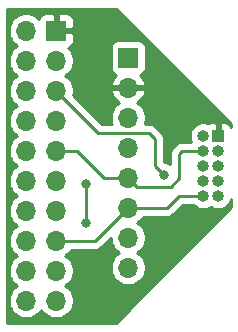
<source format=gbr>
G04 #@! TF.GenerationSoftware,KiCad,Pcbnew,(5.1.6-0-10_14)*
G04 #@! TF.CreationDate,2020-06-06T21:07:02+01:00*
G04 #@! TF.ProjectId,JLinkSWD,4a4c696e-6b53-4574-942e-6b696361645f,rev?*
G04 #@! TF.SameCoordinates,Original*
G04 #@! TF.FileFunction,Copper,L1,Top*
G04 #@! TF.FilePolarity,Positive*
%FSLAX46Y46*%
G04 Gerber Fmt 4.6, Leading zero omitted, Abs format (unit mm)*
G04 Created by KiCad (PCBNEW (5.1.6-0-10_14)) date 2020-06-06 21:07:02*
%MOMM*%
%LPD*%
G01*
G04 APERTURE LIST*
G04 #@! TA.AperFunction,ComponentPad*
%ADD10O,1.700000X1.700000*%
G04 #@! TD*
G04 #@! TA.AperFunction,ComponentPad*
%ADD11R,1.700000X1.700000*%
G04 #@! TD*
G04 #@! TA.AperFunction,ComponentPad*
%ADD12O,1.000000X1.000000*%
G04 #@! TD*
G04 #@! TA.AperFunction,ComponentPad*
%ADD13R,1.000000X1.000000*%
G04 #@! TD*
G04 #@! TA.AperFunction,ViaPad*
%ADD14C,0.800000*%
G04 #@! TD*
G04 #@! TA.AperFunction,Conductor*
%ADD15C,0.250000*%
G04 #@! TD*
G04 #@! TA.AperFunction,Conductor*
%ADD16C,0.254000*%
G04 #@! TD*
G04 APERTURE END LIST*
D10*
X173482000Y-96266000D03*
X173482000Y-93726000D03*
X173482000Y-91186000D03*
X173482000Y-88646000D03*
X173482000Y-86106000D03*
X173482000Y-83566000D03*
X173482000Y-81026000D03*
D11*
X173482000Y-78486000D03*
D10*
X164846000Y-99060000D03*
X167386000Y-99060000D03*
X164846000Y-96520000D03*
X167386000Y-96520000D03*
X164846000Y-93980000D03*
X167386000Y-93980000D03*
X164846000Y-91440000D03*
X167386000Y-91440000D03*
X164846000Y-88900000D03*
X167386000Y-88900000D03*
X164846000Y-86360000D03*
X167386000Y-86360000D03*
X164846000Y-83820000D03*
X167386000Y-83820000D03*
X164846000Y-81280000D03*
X167386000Y-81280000D03*
X164846000Y-78740000D03*
X167386000Y-78740000D03*
X164846000Y-76200000D03*
D11*
X167386000Y-76200000D03*
D12*
X179832000Y-90170000D03*
X181102000Y-90170000D03*
X179832000Y-88900000D03*
X181102000Y-88900000D03*
X179832000Y-87630000D03*
X181102000Y-87630000D03*
X179832000Y-86360000D03*
X181102000Y-86360000D03*
X179832000Y-85090000D03*
D13*
X181102000Y-85090000D03*
D14*
X169926000Y-92456000D03*
X169926000Y-89154000D03*
X176530000Y-88392000D03*
D15*
X169926000Y-92456000D02*
X169926000Y-89154000D01*
X176784000Y-91186000D02*
X173482000Y-91186000D01*
X167386000Y-93980000D02*
X170688000Y-93980000D01*
X170688000Y-93980000D02*
X173482000Y-91186000D01*
X177800000Y-90170000D02*
X177546000Y-90424000D01*
X179832000Y-90170000D02*
X177800000Y-90170000D01*
X177546000Y-90424000D02*
X176784000Y-91186000D01*
X169164000Y-86360000D02*
X171450000Y-88646000D01*
X171450000Y-88646000D02*
X173482000Y-88646000D01*
X167386000Y-86360000D02*
X169164000Y-86360000D01*
X177095004Y-89408000D02*
X174244000Y-89408000D01*
X177800000Y-88703004D02*
X177095004Y-89408000D01*
X177800000Y-86614000D02*
X177800000Y-88703004D01*
X174244000Y-89408000D02*
X173482000Y-88646000D01*
X178054000Y-86360000D02*
X177800000Y-86614000D01*
X179832000Y-86360000D02*
X178054000Y-86360000D01*
X175768000Y-87630000D02*
X176530000Y-88392000D01*
X175768000Y-85344000D02*
X175768000Y-87630000D01*
X175260000Y-84836000D02*
X175768000Y-85344000D01*
X170942000Y-84836000D02*
X175260000Y-84836000D01*
X167386000Y-81280000D02*
X170942000Y-84836000D01*
D16*
G36*
X182195000Y-84103736D02*
G01*
X182195000Y-84357352D01*
X182191502Y-84345820D01*
X182132537Y-84235506D01*
X182053185Y-84138815D01*
X181956494Y-84059463D01*
X181846180Y-84000498D01*
X181726482Y-83964188D01*
X181602000Y-83951928D01*
X181387750Y-83955000D01*
X181229000Y-84113750D01*
X181229000Y-84963000D01*
X181249000Y-84963000D01*
X181249000Y-85217000D01*
X181229000Y-85217000D01*
X181229000Y-85228026D01*
X181213788Y-85225000D01*
X180990212Y-85225000D01*
X180975000Y-85228026D01*
X180975000Y-85217000D01*
X180963974Y-85217000D01*
X180967000Y-85201788D01*
X180967000Y-84978212D01*
X180963974Y-84963000D01*
X180975000Y-84963000D01*
X180975000Y-84113750D01*
X180816250Y-83955000D01*
X180602000Y-83951928D01*
X180477518Y-83964188D01*
X180357820Y-84000498D01*
X180274774Y-84044888D01*
X180163067Y-83998617D01*
X179943788Y-83955000D01*
X179720212Y-83955000D01*
X179500933Y-83998617D01*
X179294376Y-84084176D01*
X179108480Y-84208388D01*
X178950388Y-84366480D01*
X178826176Y-84552376D01*
X178740617Y-84758933D01*
X178697000Y-84978212D01*
X178697000Y-85201788D01*
X178740617Y-85421067D01*
X178814734Y-85600000D01*
X178091322Y-85600000D01*
X178053999Y-85596324D01*
X178016676Y-85600000D01*
X178016667Y-85600000D01*
X177905014Y-85610997D01*
X177761753Y-85654454D01*
X177629724Y-85725026D01*
X177513999Y-85819999D01*
X177490196Y-85849003D01*
X177289003Y-86050196D01*
X177259999Y-86073999D01*
X177221807Y-86120537D01*
X177165026Y-86189724D01*
X177131600Y-86252260D01*
X177094454Y-86321754D01*
X177050997Y-86465015D01*
X177040000Y-86576668D01*
X177040000Y-86576678D01*
X177036324Y-86614000D01*
X177040000Y-86651323D01*
X177040000Y-87487988D01*
X177020256Y-87474795D01*
X176831898Y-87396774D01*
X176631939Y-87357000D01*
X176569801Y-87357000D01*
X176528000Y-87315199D01*
X176528000Y-85381322D01*
X176531676Y-85343999D01*
X176528000Y-85306676D01*
X176528000Y-85306667D01*
X176517003Y-85195014D01*
X176473546Y-85051753D01*
X176402974Y-84919724D01*
X176308001Y-84803999D01*
X176279003Y-84780202D01*
X175823803Y-84325002D01*
X175800001Y-84295999D01*
X175684276Y-84201026D01*
X175552247Y-84130454D01*
X175408986Y-84086997D01*
X175297333Y-84076000D01*
X175297322Y-84076000D01*
X175260000Y-84072324D01*
X175222678Y-84076000D01*
X174878103Y-84076000D01*
X174909932Y-83999158D01*
X174967000Y-83712260D01*
X174967000Y-83419740D01*
X174909932Y-83132842D01*
X174797990Y-82862589D01*
X174635475Y-82619368D01*
X174428632Y-82412525D01*
X174246466Y-82290805D01*
X174363355Y-82221178D01*
X174579588Y-82026269D01*
X174753641Y-81792920D01*
X174878825Y-81530099D01*
X174923476Y-81382890D01*
X174802155Y-81153000D01*
X173609000Y-81153000D01*
X173609000Y-81173000D01*
X173355000Y-81173000D01*
X173355000Y-81153000D01*
X172161845Y-81153000D01*
X172040524Y-81382890D01*
X172085175Y-81530099D01*
X172210359Y-81792920D01*
X172384412Y-82026269D01*
X172600645Y-82221178D01*
X172717534Y-82290805D01*
X172535368Y-82412525D01*
X172328525Y-82619368D01*
X172166010Y-82862589D01*
X172054068Y-83132842D01*
X171997000Y-83419740D01*
X171997000Y-83712260D01*
X172054068Y-83999158D01*
X172085897Y-84076000D01*
X171256803Y-84076000D01*
X168827210Y-81646408D01*
X168871000Y-81426260D01*
X168871000Y-81133740D01*
X168813932Y-80846842D01*
X168701990Y-80576589D01*
X168539475Y-80333368D01*
X168332632Y-80126525D01*
X168158240Y-80010000D01*
X168332632Y-79893475D01*
X168539475Y-79686632D01*
X168701990Y-79443411D01*
X168813932Y-79173158D01*
X168871000Y-78886260D01*
X168871000Y-78593740D01*
X168813932Y-78306842D01*
X168701990Y-78036589D01*
X168539475Y-77793368D01*
X168407620Y-77661513D01*
X168480180Y-77639502D01*
X168486731Y-77636000D01*
X171993928Y-77636000D01*
X171993928Y-79336000D01*
X172006188Y-79460482D01*
X172042498Y-79580180D01*
X172101463Y-79690494D01*
X172180815Y-79787185D01*
X172277506Y-79866537D01*
X172387820Y-79925502D01*
X172468466Y-79949966D01*
X172384412Y-80025731D01*
X172210359Y-80259080D01*
X172085175Y-80521901D01*
X172040524Y-80669110D01*
X172161845Y-80899000D01*
X173355000Y-80899000D01*
X173355000Y-80879000D01*
X173609000Y-80879000D01*
X173609000Y-80899000D01*
X174802155Y-80899000D01*
X174923476Y-80669110D01*
X174878825Y-80521901D01*
X174753641Y-80259080D01*
X174579588Y-80025731D01*
X174495534Y-79949966D01*
X174576180Y-79925502D01*
X174686494Y-79866537D01*
X174783185Y-79787185D01*
X174862537Y-79690494D01*
X174921502Y-79580180D01*
X174957812Y-79460482D01*
X174970072Y-79336000D01*
X174970072Y-77636000D01*
X174957812Y-77511518D01*
X174921502Y-77391820D01*
X174862537Y-77281506D01*
X174783185Y-77184815D01*
X174686494Y-77105463D01*
X174576180Y-77046498D01*
X174456482Y-77010188D01*
X174332000Y-76997928D01*
X172632000Y-76997928D01*
X172507518Y-77010188D01*
X172387820Y-77046498D01*
X172277506Y-77105463D01*
X172180815Y-77184815D01*
X172101463Y-77281506D01*
X172042498Y-77391820D01*
X172006188Y-77511518D01*
X171993928Y-77636000D01*
X168486731Y-77636000D01*
X168590494Y-77580537D01*
X168687185Y-77501185D01*
X168766537Y-77404494D01*
X168825502Y-77294180D01*
X168861812Y-77174482D01*
X168874072Y-77050000D01*
X168871000Y-76485750D01*
X168712250Y-76327000D01*
X167513000Y-76327000D01*
X167513000Y-76347000D01*
X167259000Y-76347000D01*
X167259000Y-76327000D01*
X167239000Y-76327000D01*
X167239000Y-76073000D01*
X167259000Y-76073000D01*
X167259000Y-74873750D01*
X167513000Y-74873750D01*
X167513000Y-76073000D01*
X168712250Y-76073000D01*
X168871000Y-75914250D01*
X168874072Y-75350000D01*
X168861812Y-75225518D01*
X168825502Y-75105820D01*
X168766537Y-74995506D01*
X168687185Y-74898815D01*
X168590494Y-74819463D01*
X168480180Y-74760498D01*
X168360482Y-74724188D01*
X168236000Y-74711928D01*
X167671750Y-74715000D01*
X167513000Y-74873750D01*
X167259000Y-74873750D01*
X167100250Y-74715000D01*
X166536000Y-74711928D01*
X166411518Y-74724188D01*
X166291820Y-74760498D01*
X166181506Y-74819463D01*
X166084815Y-74898815D01*
X166005463Y-74995506D01*
X165946498Y-75105820D01*
X165924487Y-75178380D01*
X165792632Y-75046525D01*
X165549411Y-74884010D01*
X165279158Y-74772068D01*
X164992260Y-74715000D01*
X164699740Y-74715000D01*
X164412842Y-74772068D01*
X164142589Y-74884010D01*
X163899368Y-75046525D01*
X163692525Y-75253368D01*
X163530010Y-75496589D01*
X163418068Y-75766842D01*
X163361000Y-76053740D01*
X163361000Y-76346260D01*
X163418068Y-76633158D01*
X163530010Y-76903411D01*
X163692525Y-77146632D01*
X163899368Y-77353475D01*
X164073760Y-77470000D01*
X163899368Y-77586525D01*
X163692525Y-77793368D01*
X163530010Y-78036589D01*
X163418068Y-78306842D01*
X163361000Y-78593740D01*
X163361000Y-78886260D01*
X163418068Y-79173158D01*
X163530010Y-79443411D01*
X163692525Y-79686632D01*
X163899368Y-79893475D01*
X164073760Y-80010000D01*
X163899368Y-80126525D01*
X163692525Y-80333368D01*
X163530010Y-80576589D01*
X163418068Y-80846842D01*
X163361000Y-81133740D01*
X163361000Y-81426260D01*
X163418068Y-81713158D01*
X163530010Y-81983411D01*
X163692525Y-82226632D01*
X163899368Y-82433475D01*
X164073760Y-82550000D01*
X163899368Y-82666525D01*
X163692525Y-82873368D01*
X163530010Y-83116589D01*
X163418068Y-83386842D01*
X163361000Y-83673740D01*
X163361000Y-83966260D01*
X163418068Y-84253158D01*
X163530010Y-84523411D01*
X163692525Y-84766632D01*
X163899368Y-84973475D01*
X164073760Y-85090000D01*
X163899368Y-85206525D01*
X163692525Y-85413368D01*
X163530010Y-85656589D01*
X163418068Y-85926842D01*
X163361000Y-86213740D01*
X163361000Y-86506260D01*
X163418068Y-86793158D01*
X163530010Y-87063411D01*
X163692525Y-87306632D01*
X163899368Y-87513475D01*
X164073760Y-87630000D01*
X163899368Y-87746525D01*
X163692525Y-87953368D01*
X163530010Y-88196589D01*
X163418068Y-88466842D01*
X163361000Y-88753740D01*
X163361000Y-89046260D01*
X163418068Y-89333158D01*
X163530010Y-89603411D01*
X163692525Y-89846632D01*
X163899368Y-90053475D01*
X164073760Y-90170000D01*
X163899368Y-90286525D01*
X163692525Y-90493368D01*
X163530010Y-90736589D01*
X163418068Y-91006842D01*
X163361000Y-91293740D01*
X163361000Y-91586260D01*
X163418068Y-91873158D01*
X163530010Y-92143411D01*
X163692525Y-92386632D01*
X163899368Y-92593475D01*
X164073760Y-92710000D01*
X163899368Y-92826525D01*
X163692525Y-93033368D01*
X163530010Y-93276589D01*
X163418068Y-93546842D01*
X163361000Y-93833740D01*
X163361000Y-94126260D01*
X163418068Y-94413158D01*
X163530010Y-94683411D01*
X163692525Y-94926632D01*
X163899368Y-95133475D01*
X164073760Y-95250000D01*
X163899368Y-95366525D01*
X163692525Y-95573368D01*
X163530010Y-95816589D01*
X163418068Y-96086842D01*
X163361000Y-96373740D01*
X163361000Y-96666260D01*
X163418068Y-96953158D01*
X163530010Y-97223411D01*
X163692525Y-97466632D01*
X163899368Y-97673475D01*
X164073760Y-97790000D01*
X163899368Y-97906525D01*
X163692525Y-98113368D01*
X163530010Y-98356589D01*
X163418068Y-98626842D01*
X163361000Y-98913740D01*
X163361000Y-99206260D01*
X163418068Y-99493158D01*
X163530010Y-99763411D01*
X163692525Y-100006632D01*
X163899368Y-100213475D01*
X164142589Y-100375990D01*
X164412842Y-100487932D01*
X164699740Y-100545000D01*
X164992260Y-100545000D01*
X165279158Y-100487932D01*
X165549411Y-100375990D01*
X165792632Y-100213475D01*
X165999475Y-100006632D01*
X166116000Y-99832240D01*
X166232525Y-100006632D01*
X166439368Y-100213475D01*
X166682589Y-100375990D01*
X166952842Y-100487932D01*
X167239740Y-100545000D01*
X167532260Y-100545000D01*
X167819158Y-100487932D01*
X168089411Y-100375990D01*
X168332632Y-100213475D01*
X168539475Y-100006632D01*
X168701990Y-99763411D01*
X168813932Y-99493158D01*
X168871000Y-99206260D01*
X168871000Y-98913740D01*
X168813932Y-98626842D01*
X168701990Y-98356589D01*
X168539475Y-98113368D01*
X168332632Y-97906525D01*
X168158240Y-97790000D01*
X168332632Y-97673475D01*
X168539475Y-97466632D01*
X168701990Y-97223411D01*
X168813932Y-96953158D01*
X168871000Y-96666260D01*
X168871000Y-96373740D01*
X168813932Y-96086842D01*
X168701990Y-95816589D01*
X168539475Y-95573368D01*
X168332632Y-95366525D01*
X168158240Y-95250000D01*
X168332632Y-95133475D01*
X168539475Y-94926632D01*
X168664178Y-94740000D01*
X170650678Y-94740000D01*
X170688000Y-94743676D01*
X170725322Y-94740000D01*
X170725333Y-94740000D01*
X170836986Y-94729003D01*
X170980247Y-94685546D01*
X171112276Y-94614974D01*
X171228001Y-94520001D01*
X171251804Y-94490997D01*
X171997000Y-93745801D01*
X171997000Y-93872260D01*
X172054068Y-94159158D01*
X172166010Y-94429411D01*
X172328525Y-94672632D01*
X172535368Y-94879475D01*
X172709760Y-94996000D01*
X172535368Y-95112525D01*
X172328525Y-95319368D01*
X172166010Y-95562589D01*
X172054068Y-95832842D01*
X171997000Y-96119740D01*
X171997000Y-96412260D01*
X172054068Y-96699158D01*
X172166010Y-96969411D01*
X172328525Y-97212632D01*
X172535368Y-97419475D01*
X172778589Y-97581990D01*
X173048842Y-97693932D01*
X173335740Y-97751000D01*
X173628260Y-97751000D01*
X173915158Y-97693932D01*
X174185411Y-97581990D01*
X174428632Y-97419475D01*
X174635475Y-97212632D01*
X174797990Y-96969411D01*
X174909932Y-96699158D01*
X174967000Y-96412260D01*
X174967000Y-96119740D01*
X174909932Y-95832842D01*
X174797990Y-95562589D01*
X174635475Y-95319368D01*
X174428632Y-95112525D01*
X174254240Y-94996000D01*
X174428632Y-94879475D01*
X174635475Y-94672632D01*
X174797990Y-94429411D01*
X174909932Y-94159158D01*
X174967000Y-93872260D01*
X174967000Y-93579740D01*
X174909932Y-93292842D01*
X174797990Y-93022589D01*
X174635475Y-92779368D01*
X174428632Y-92572525D01*
X174254240Y-92456000D01*
X174428632Y-92339475D01*
X174635475Y-92132632D01*
X174760178Y-91946000D01*
X176746678Y-91946000D01*
X176784000Y-91949676D01*
X176821322Y-91946000D01*
X176821333Y-91946000D01*
X176932986Y-91935003D01*
X177076247Y-91891546D01*
X177208276Y-91820974D01*
X177324001Y-91726001D01*
X177347803Y-91696998D01*
X178109799Y-90935003D01*
X178109804Y-90934997D01*
X178114801Y-90930000D01*
X178986868Y-90930000D01*
X179108480Y-91051612D01*
X179294376Y-91175824D01*
X179500933Y-91261383D01*
X179720212Y-91305000D01*
X179943788Y-91305000D01*
X180163067Y-91261383D01*
X180369624Y-91175824D01*
X180467000Y-91110759D01*
X180564376Y-91175824D01*
X180770933Y-91261383D01*
X180990212Y-91305000D01*
X181213788Y-91305000D01*
X181433067Y-91261383D01*
X181639624Y-91175824D01*
X181825520Y-91051612D01*
X181983612Y-90893520D01*
X182107824Y-90707624D01*
X182193383Y-90501067D01*
X182195001Y-90492933D01*
X182195001Y-91156263D01*
X172436264Y-100915000D01*
X163245000Y-100915000D01*
X163245000Y-74345000D01*
X172436264Y-74345000D01*
X182195000Y-84103736D01*
G37*
X182195000Y-84103736D02*
X182195000Y-84357352D01*
X182191502Y-84345820D01*
X182132537Y-84235506D01*
X182053185Y-84138815D01*
X181956494Y-84059463D01*
X181846180Y-84000498D01*
X181726482Y-83964188D01*
X181602000Y-83951928D01*
X181387750Y-83955000D01*
X181229000Y-84113750D01*
X181229000Y-84963000D01*
X181249000Y-84963000D01*
X181249000Y-85217000D01*
X181229000Y-85217000D01*
X181229000Y-85228026D01*
X181213788Y-85225000D01*
X180990212Y-85225000D01*
X180975000Y-85228026D01*
X180975000Y-85217000D01*
X180963974Y-85217000D01*
X180967000Y-85201788D01*
X180967000Y-84978212D01*
X180963974Y-84963000D01*
X180975000Y-84963000D01*
X180975000Y-84113750D01*
X180816250Y-83955000D01*
X180602000Y-83951928D01*
X180477518Y-83964188D01*
X180357820Y-84000498D01*
X180274774Y-84044888D01*
X180163067Y-83998617D01*
X179943788Y-83955000D01*
X179720212Y-83955000D01*
X179500933Y-83998617D01*
X179294376Y-84084176D01*
X179108480Y-84208388D01*
X178950388Y-84366480D01*
X178826176Y-84552376D01*
X178740617Y-84758933D01*
X178697000Y-84978212D01*
X178697000Y-85201788D01*
X178740617Y-85421067D01*
X178814734Y-85600000D01*
X178091322Y-85600000D01*
X178053999Y-85596324D01*
X178016676Y-85600000D01*
X178016667Y-85600000D01*
X177905014Y-85610997D01*
X177761753Y-85654454D01*
X177629724Y-85725026D01*
X177513999Y-85819999D01*
X177490196Y-85849003D01*
X177289003Y-86050196D01*
X177259999Y-86073999D01*
X177221807Y-86120537D01*
X177165026Y-86189724D01*
X177131600Y-86252260D01*
X177094454Y-86321754D01*
X177050997Y-86465015D01*
X177040000Y-86576668D01*
X177040000Y-86576678D01*
X177036324Y-86614000D01*
X177040000Y-86651323D01*
X177040000Y-87487988D01*
X177020256Y-87474795D01*
X176831898Y-87396774D01*
X176631939Y-87357000D01*
X176569801Y-87357000D01*
X176528000Y-87315199D01*
X176528000Y-85381322D01*
X176531676Y-85343999D01*
X176528000Y-85306676D01*
X176528000Y-85306667D01*
X176517003Y-85195014D01*
X176473546Y-85051753D01*
X176402974Y-84919724D01*
X176308001Y-84803999D01*
X176279003Y-84780202D01*
X175823803Y-84325002D01*
X175800001Y-84295999D01*
X175684276Y-84201026D01*
X175552247Y-84130454D01*
X175408986Y-84086997D01*
X175297333Y-84076000D01*
X175297322Y-84076000D01*
X175260000Y-84072324D01*
X175222678Y-84076000D01*
X174878103Y-84076000D01*
X174909932Y-83999158D01*
X174967000Y-83712260D01*
X174967000Y-83419740D01*
X174909932Y-83132842D01*
X174797990Y-82862589D01*
X174635475Y-82619368D01*
X174428632Y-82412525D01*
X174246466Y-82290805D01*
X174363355Y-82221178D01*
X174579588Y-82026269D01*
X174753641Y-81792920D01*
X174878825Y-81530099D01*
X174923476Y-81382890D01*
X174802155Y-81153000D01*
X173609000Y-81153000D01*
X173609000Y-81173000D01*
X173355000Y-81173000D01*
X173355000Y-81153000D01*
X172161845Y-81153000D01*
X172040524Y-81382890D01*
X172085175Y-81530099D01*
X172210359Y-81792920D01*
X172384412Y-82026269D01*
X172600645Y-82221178D01*
X172717534Y-82290805D01*
X172535368Y-82412525D01*
X172328525Y-82619368D01*
X172166010Y-82862589D01*
X172054068Y-83132842D01*
X171997000Y-83419740D01*
X171997000Y-83712260D01*
X172054068Y-83999158D01*
X172085897Y-84076000D01*
X171256803Y-84076000D01*
X168827210Y-81646408D01*
X168871000Y-81426260D01*
X168871000Y-81133740D01*
X168813932Y-80846842D01*
X168701990Y-80576589D01*
X168539475Y-80333368D01*
X168332632Y-80126525D01*
X168158240Y-80010000D01*
X168332632Y-79893475D01*
X168539475Y-79686632D01*
X168701990Y-79443411D01*
X168813932Y-79173158D01*
X168871000Y-78886260D01*
X168871000Y-78593740D01*
X168813932Y-78306842D01*
X168701990Y-78036589D01*
X168539475Y-77793368D01*
X168407620Y-77661513D01*
X168480180Y-77639502D01*
X168486731Y-77636000D01*
X171993928Y-77636000D01*
X171993928Y-79336000D01*
X172006188Y-79460482D01*
X172042498Y-79580180D01*
X172101463Y-79690494D01*
X172180815Y-79787185D01*
X172277506Y-79866537D01*
X172387820Y-79925502D01*
X172468466Y-79949966D01*
X172384412Y-80025731D01*
X172210359Y-80259080D01*
X172085175Y-80521901D01*
X172040524Y-80669110D01*
X172161845Y-80899000D01*
X173355000Y-80899000D01*
X173355000Y-80879000D01*
X173609000Y-80879000D01*
X173609000Y-80899000D01*
X174802155Y-80899000D01*
X174923476Y-80669110D01*
X174878825Y-80521901D01*
X174753641Y-80259080D01*
X174579588Y-80025731D01*
X174495534Y-79949966D01*
X174576180Y-79925502D01*
X174686494Y-79866537D01*
X174783185Y-79787185D01*
X174862537Y-79690494D01*
X174921502Y-79580180D01*
X174957812Y-79460482D01*
X174970072Y-79336000D01*
X174970072Y-77636000D01*
X174957812Y-77511518D01*
X174921502Y-77391820D01*
X174862537Y-77281506D01*
X174783185Y-77184815D01*
X174686494Y-77105463D01*
X174576180Y-77046498D01*
X174456482Y-77010188D01*
X174332000Y-76997928D01*
X172632000Y-76997928D01*
X172507518Y-77010188D01*
X172387820Y-77046498D01*
X172277506Y-77105463D01*
X172180815Y-77184815D01*
X172101463Y-77281506D01*
X172042498Y-77391820D01*
X172006188Y-77511518D01*
X171993928Y-77636000D01*
X168486731Y-77636000D01*
X168590494Y-77580537D01*
X168687185Y-77501185D01*
X168766537Y-77404494D01*
X168825502Y-77294180D01*
X168861812Y-77174482D01*
X168874072Y-77050000D01*
X168871000Y-76485750D01*
X168712250Y-76327000D01*
X167513000Y-76327000D01*
X167513000Y-76347000D01*
X167259000Y-76347000D01*
X167259000Y-76327000D01*
X167239000Y-76327000D01*
X167239000Y-76073000D01*
X167259000Y-76073000D01*
X167259000Y-74873750D01*
X167513000Y-74873750D01*
X167513000Y-76073000D01*
X168712250Y-76073000D01*
X168871000Y-75914250D01*
X168874072Y-75350000D01*
X168861812Y-75225518D01*
X168825502Y-75105820D01*
X168766537Y-74995506D01*
X168687185Y-74898815D01*
X168590494Y-74819463D01*
X168480180Y-74760498D01*
X168360482Y-74724188D01*
X168236000Y-74711928D01*
X167671750Y-74715000D01*
X167513000Y-74873750D01*
X167259000Y-74873750D01*
X167100250Y-74715000D01*
X166536000Y-74711928D01*
X166411518Y-74724188D01*
X166291820Y-74760498D01*
X166181506Y-74819463D01*
X166084815Y-74898815D01*
X166005463Y-74995506D01*
X165946498Y-75105820D01*
X165924487Y-75178380D01*
X165792632Y-75046525D01*
X165549411Y-74884010D01*
X165279158Y-74772068D01*
X164992260Y-74715000D01*
X164699740Y-74715000D01*
X164412842Y-74772068D01*
X164142589Y-74884010D01*
X163899368Y-75046525D01*
X163692525Y-75253368D01*
X163530010Y-75496589D01*
X163418068Y-75766842D01*
X163361000Y-76053740D01*
X163361000Y-76346260D01*
X163418068Y-76633158D01*
X163530010Y-76903411D01*
X163692525Y-77146632D01*
X163899368Y-77353475D01*
X164073760Y-77470000D01*
X163899368Y-77586525D01*
X163692525Y-77793368D01*
X163530010Y-78036589D01*
X163418068Y-78306842D01*
X163361000Y-78593740D01*
X163361000Y-78886260D01*
X163418068Y-79173158D01*
X163530010Y-79443411D01*
X163692525Y-79686632D01*
X163899368Y-79893475D01*
X164073760Y-80010000D01*
X163899368Y-80126525D01*
X163692525Y-80333368D01*
X163530010Y-80576589D01*
X163418068Y-80846842D01*
X163361000Y-81133740D01*
X163361000Y-81426260D01*
X163418068Y-81713158D01*
X163530010Y-81983411D01*
X163692525Y-82226632D01*
X163899368Y-82433475D01*
X164073760Y-82550000D01*
X163899368Y-82666525D01*
X163692525Y-82873368D01*
X163530010Y-83116589D01*
X163418068Y-83386842D01*
X163361000Y-83673740D01*
X163361000Y-83966260D01*
X163418068Y-84253158D01*
X163530010Y-84523411D01*
X163692525Y-84766632D01*
X163899368Y-84973475D01*
X164073760Y-85090000D01*
X163899368Y-85206525D01*
X163692525Y-85413368D01*
X163530010Y-85656589D01*
X163418068Y-85926842D01*
X163361000Y-86213740D01*
X163361000Y-86506260D01*
X163418068Y-86793158D01*
X163530010Y-87063411D01*
X163692525Y-87306632D01*
X163899368Y-87513475D01*
X164073760Y-87630000D01*
X163899368Y-87746525D01*
X163692525Y-87953368D01*
X163530010Y-88196589D01*
X163418068Y-88466842D01*
X163361000Y-88753740D01*
X163361000Y-89046260D01*
X163418068Y-89333158D01*
X163530010Y-89603411D01*
X163692525Y-89846632D01*
X163899368Y-90053475D01*
X164073760Y-90170000D01*
X163899368Y-90286525D01*
X163692525Y-90493368D01*
X163530010Y-90736589D01*
X163418068Y-91006842D01*
X163361000Y-91293740D01*
X163361000Y-91586260D01*
X163418068Y-91873158D01*
X163530010Y-92143411D01*
X163692525Y-92386632D01*
X163899368Y-92593475D01*
X164073760Y-92710000D01*
X163899368Y-92826525D01*
X163692525Y-93033368D01*
X163530010Y-93276589D01*
X163418068Y-93546842D01*
X163361000Y-93833740D01*
X163361000Y-94126260D01*
X163418068Y-94413158D01*
X163530010Y-94683411D01*
X163692525Y-94926632D01*
X163899368Y-95133475D01*
X164073760Y-95250000D01*
X163899368Y-95366525D01*
X163692525Y-95573368D01*
X163530010Y-95816589D01*
X163418068Y-96086842D01*
X163361000Y-96373740D01*
X163361000Y-96666260D01*
X163418068Y-96953158D01*
X163530010Y-97223411D01*
X163692525Y-97466632D01*
X163899368Y-97673475D01*
X164073760Y-97790000D01*
X163899368Y-97906525D01*
X163692525Y-98113368D01*
X163530010Y-98356589D01*
X163418068Y-98626842D01*
X163361000Y-98913740D01*
X163361000Y-99206260D01*
X163418068Y-99493158D01*
X163530010Y-99763411D01*
X163692525Y-100006632D01*
X163899368Y-100213475D01*
X164142589Y-100375990D01*
X164412842Y-100487932D01*
X164699740Y-100545000D01*
X164992260Y-100545000D01*
X165279158Y-100487932D01*
X165549411Y-100375990D01*
X165792632Y-100213475D01*
X165999475Y-100006632D01*
X166116000Y-99832240D01*
X166232525Y-100006632D01*
X166439368Y-100213475D01*
X166682589Y-100375990D01*
X166952842Y-100487932D01*
X167239740Y-100545000D01*
X167532260Y-100545000D01*
X167819158Y-100487932D01*
X168089411Y-100375990D01*
X168332632Y-100213475D01*
X168539475Y-100006632D01*
X168701990Y-99763411D01*
X168813932Y-99493158D01*
X168871000Y-99206260D01*
X168871000Y-98913740D01*
X168813932Y-98626842D01*
X168701990Y-98356589D01*
X168539475Y-98113368D01*
X168332632Y-97906525D01*
X168158240Y-97790000D01*
X168332632Y-97673475D01*
X168539475Y-97466632D01*
X168701990Y-97223411D01*
X168813932Y-96953158D01*
X168871000Y-96666260D01*
X168871000Y-96373740D01*
X168813932Y-96086842D01*
X168701990Y-95816589D01*
X168539475Y-95573368D01*
X168332632Y-95366525D01*
X168158240Y-95250000D01*
X168332632Y-95133475D01*
X168539475Y-94926632D01*
X168664178Y-94740000D01*
X170650678Y-94740000D01*
X170688000Y-94743676D01*
X170725322Y-94740000D01*
X170725333Y-94740000D01*
X170836986Y-94729003D01*
X170980247Y-94685546D01*
X171112276Y-94614974D01*
X171228001Y-94520001D01*
X171251804Y-94490997D01*
X171997000Y-93745801D01*
X171997000Y-93872260D01*
X172054068Y-94159158D01*
X172166010Y-94429411D01*
X172328525Y-94672632D01*
X172535368Y-94879475D01*
X172709760Y-94996000D01*
X172535368Y-95112525D01*
X172328525Y-95319368D01*
X172166010Y-95562589D01*
X172054068Y-95832842D01*
X171997000Y-96119740D01*
X171997000Y-96412260D01*
X172054068Y-96699158D01*
X172166010Y-96969411D01*
X172328525Y-97212632D01*
X172535368Y-97419475D01*
X172778589Y-97581990D01*
X173048842Y-97693932D01*
X173335740Y-97751000D01*
X173628260Y-97751000D01*
X173915158Y-97693932D01*
X174185411Y-97581990D01*
X174428632Y-97419475D01*
X174635475Y-97212632D01*
X174797990Y-96969411D01*
X174909932Y-96699158D01*
X174967000Y-96412260D01*
X174967000Y-96119740D01*
X174909932Y-95832842D01*
X174797990Y-95562589D01*
X174635475Y-95319368D01*
X174428632Y-95112525D01*
X174254240Y-94996000D01*
X174428632Y-94879475D01*
X174635475Y-94672632D01*
X174797990Y-94429411D01*
X174909932Y-94159158D01*
X174967000Y-93872260D01*
X174967000Y-93579740D01*
X174909932Y-93292842D01*
X174797990Y-93022589D01*
X174635475Y-92779368D01*
X174428632Y-92572525D01*
X174254240Y-92456000D01*
X174428632Y-92339475D01*
X174635475Y-92132632D01*
X174760178Y-91946000D01*
X176746678Y-91946000D01*
X176784000Y-91949676D01*
X176821322Y-91946000D01*
X176821333Y-91946000D01*
X176932986Y-91935003D01*
X177076247Y-91891546D01*
X177208276Y-91820974D01*
X177324001Y-91726001D01*
X177347803Y-91696998D01*
X178109799Y-90935003D01*
X178109804Y-90934997D01*
X178114801Y-90930000D01*
X178986868Y-90930000D01*
X179108480Y-91051612D01*
X179294376Y-91175824D01*
X179500933Y-91261383D01*
X179720212Y-91305000D01*
X179943788Y-91305000D01*
X180163067Y-91261383D01*
X180369624Y-91175824D01*
X180467000Y-91110759D01*
X180564376Y-91175824D01*
X180770933Y-91261383D01*
X180990212Y-91305000D01*
X181213788Y-91305000D01*
X181433067Y-91261383D01*
X181639624Y-91175824D01*
X181825520Y-91051612D01*
X181983612Y-90893520D01*
X182107824Y-90707624D01*
X182193383Y-90501067D01*
X182195001Y-90492933D01*
X182195001Y-91156263D01*
X172436264Y-100915000D01*
X163245000Y-100915000D01*
X163245000Y-74345000D01*
X172436264Y-74345000D01*
X182195000Y-84103736D01*
M02*

</source>
